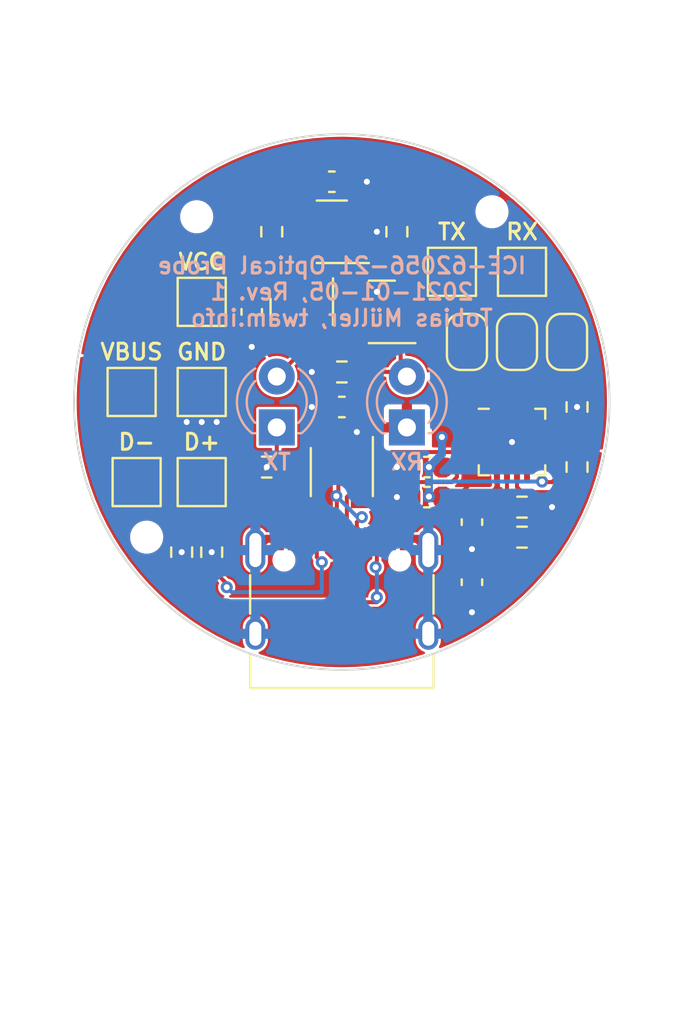
<source format=kicad_pcb>
(kicad_pcb (version 20211014) (generator pcbnew)
  (title_block (title "IEC-62056-21-Optical-Probe") (date "2022-01-05") (rev "1"))
  (layers (0 "F.Cu" signal) (31 "B.Cu" signal) (34 "B.Paste" user) (35 "F.Paste" user) (36 "B.SilkS" user "B.Silkscreen") (37 "F.SilkS" user "F.Silkscreen") (38 "B.Mask" user) (39 "F.Mask" user) (44 "Edge.Cuts" user))
  (net 0 "")
  (net 1 "GND")
  (net 2 "+3V3")
  (net 3 "/VBUS")
  (net 4 "/D+")
  (net 5 "/D-")
  (net 6 "/RXD_USB")
  (net 7 "/TXD_USB")
  (net 8 "/RXD")
  (net 9 "Net-(J1-PadB5)")
  (net 11 "Net-(J1-PadA5)")
  (net 13 "/TXD")
  (net 14 "Net-(Q3-Pad2)")
  (net 15 "Net-(Q4-Pad3)")
  (net 16 "Net-(R4-Pad2)")
  (net 17 "Net-(R7-Pad1)")
  (net 18 "Net-(Q2-Pad1)")
  (net 19 "Net-(R14-Pad2)")
  (net 20 "VCC")
  (net 21 "Net-(R12-Pad2)")
  (net 31 "Net-(D5-Pad1)")
  (net 32 "Net-(D5-Pad2)")
  (footprint "Capacitor_SMD:C_0603_1608Metric" (layer "F.Cu") (at 156.5 109 90)
    (fp_text reference "C4" hide)
    (fp_text value "4u7/16V")
    (pad "1" smd roundrect locked (at -0.775 0 90) (size 0.9 0.95) (layers "F.Cu" "F.Paste" "F.Mask") (net 1 "GND"))
    (pad "2" smd roundrect locked (at 0.775 0 90) (size 0.9 0.95) (layers "F.Cu" "F.Paste" "F.Mask") (net 3 "/VBUS"))
  )
  (footprint "Resistor_SMD:R_0603_1608Metric" (layer "F.Cu") (at 159 105.25)
    (fp_text reference "R5" hide)
    (fp_text value "47k")
    (pad "1" smd roundrect locked (at -0.825 0) (size 0.8 0.95) (layers "F.Cu" "F.Paste" "F.Mask") (net 16 "Net-(R4-Pad2)"))
    (pad "2" smd roundrect locked (at 0.825 0) (size 0.8 0.95) (layers "F.Cu" "F.Paste" "F.Mask") (net 1 "GND"))
  )
  (footprint "Capacitor_SMD:C_0603_1608Metric" (layer "F.Cu") (at 154.25 104.75)
    (fp_text reference "C7" hide)
    (fp_text value "4u7/16V")
    (pad "1" smd roundrect locked (at -0.775 0) (size 0.9 0.95) (layers "F.Cu" "F.Paste" "F.Mask") (net 1 "GND"))
    (pad "2" smd roundrect locked (at 0.775 0) (size 0.9 0.95) (layers "F.Cu" "F.Paste" "F.Mask") (net 2 "+3V3"))
  )
  (footprint "Jumper:SolderJumper-2_P1.3mm_Bridged_RoundedPad1.0x1.5mm" (layer "F.Cu") (at 161.25 97 90)
    (fp_text reference "JP1" hide)
    (fp_text value "RX")
    (fp_poly (pts (xy 0.25 -0.3) (xy -0.25 -0.3) (xy -0.25 0.3) (xy 0.25 0.3)) (layer "F.Cu") (width 0) (fill solid))
    (pad "1" smd custom locked (at -0.65 0 90) (size 1 0.5) (layers "F.Cu" "F.Mask") (net 6 "/RXD_USB") (options (clearance outline) (anchor rect)) (primitives (gr_circle (center 0 0.25) (end 0.5 0.25) (width 0) (fill yes)) (gr_circle (center 0 -0.25) (end 0.5 -0.25) (width 0) (fill yes)) (gr_poly (pts (xy 0.5 0.75) (xy 0 0.75) (xy 0 -0.75) (xy 0.5 -0.75)) (width 0) (fill yes))))
    (pad "2" smd custom locked (at 0.65 0 90) (size 1 0.5) (layers "F.Cu" "F.Mask") (net 8 "/RXD") (options (clearance outline) (anchor rect)) (primitives (gr_circle (center 0 0.25) (end 0.5 0.25) (width 0) (fill yes)) (gr_circle (center 0 -0.25) (end 0.5 -0.25) (width 0) (fill yes)) (gr_poly (pts (xy 0 0.75) (xy -0.5 0.75) (xy -0.5 -0.75) (xy 0 -0.75)) (width 0) (fill yes))))
  )
  (footprint "Jumper:SolderJumper-2_P1.3mm_Bridged_RoundedPad1.0x1.5mm" (layer "F.Cu") (at 158.75 97 90)
    (fp_text reference "JP2" hide)
    (fp_text value "TX")
    (fp_poly (pts (xy 0.25 -0.3) (xy -0.25 -0.3) (xy -0.25 0.3) (xy 0.25 0.3)) (layer "F.Cu") (width 0) (fill solid))
    (pad "1" smd custom locked (at -0.65 0 90) (size 1 0.5) (layers "F.Cu" "F.Mask") (net 7 "/TXD_USB") (options (clearance outline) (anchor rect)) (primitives (gr_circle (center 0 0.25) (end 0.5 0.25) (width 0) (fill yes)) (gr_circle (center 0 -0.25) (end 0.5 -0.25) (width 0) (fill yes)) (gr_poly (pts (xy 0.5 0.75) (xy 0 0.75) (xy 0 -0.75) (xy 0.5 -0.75)) (width 0) (fill yes))))
    (pad "2" smd custom locked (at 0.65 0 90) (size 1 0.5) (layers "F.Cu" "F.Mask") (net 13 "/TXD") (options (clearance outline) (anchor rect)) (primitives (gr_circle (center 0 0.25) (end 0.5 0.25) (width 0) (fill yes)) (gr_circle (center 0 -0.25) (end 0.5 -0.25) (width 0) (fill yes)) (gr_poly (pts (xy 0 0.75) (xy -0.5 0.75) (xy -0.5 -0.75) (xy 0 -0.75)) (width 0) (fill yes))))
  )
  (footprint "Resistor_SMD:R_0603_1608Metric" (layer "F.Cu") (at 146.25 103.25 180)
    (fp_text reference "R13" hide)
    (fp_text value "180R")
    (pad "1" smd roundrect locked (at -0.825 0 180) (size 0.8 0.95) (layers "F.Cu" "F.Paste" "F.Mask") (net 31 "Net-(D5-Pad1)"))
    (pad "2" smd roundrect locked (at 0.825 0 180) (size 0.8 0.95) (layers "F.Cu" "F.Paste" "F.Mask") (net 1 "GND"))
  )
  (footprint "Capacitor_SMD:C_0603_1608Metric" (layer "F.Cu") (at 149.5 89 180)
    (fp_text reference "C6" hide)
    (fp_text value "100n/50V")
    (pad "1" smd roundrect locked (at -0.775 0 180) (size 0.9 0.95) (layers "F.Cu" "F.Paste" "F.Mask") (net 1 "GND"))
    (pad "2" smd roundrect locked (at 0.775 0 180) (size 0.9 0.95) (layers "F.Cu" "F.Paste" "F.Mask") (net 20 "VCC"))
  )
  (footprint "twam-Misc:MountingHole_JLCPCB" (layer "F.Cu") (at 140.25 106.75)
    (fp_text reference "H1" hide)
    (fp_text value "MountingHole")
    (pad "" np_thru_hole circle locked (at 0 0) (size 1.152 1.152) (drill 1.152) (layers *.Cu *.Mask) (clearance 0.148))
  )
  (footprint "TestPoint:TestPoint_Pad_2.0x2.0mm" (layer "F.Cu") (at 155.5 93.5)
    (fp_text reference "TP3" hide)
    (fp_text value "TXD")
    (pad "1" smd rect locked (at 0 0) (size 2 2) (layers "F.Cu" "F.Mask") (net 13 "/TXD"))
  )
  (footprint "Package_TO_SOT_SMD:SOT-23" (layer "F.Cu") (at 148 95.5 -90)
    (fp_text reference "Q2" hide)
    (fp_text value "S8550")
    (pad "1" smd roundrect locked (at -0.9375 -0.95 270) (size 1.475 0.6) (layers "F.Cu" "F.Paste" "F.Mask") (net 18 "Net-(Q2-Pad1)"))
    (pad "2" smd roundrect locked (at -0.9375 0.95 270) (size 1.475 0.6) (layers "F.Cu" "F.Paste" "F.Mask") (net 20 "VCC"))
    (pad "3" smd roundrect locked (at 0.9375 0 270) (size 1.475 0.6) (layers "F.Cu" "F.Paste" "F.Mask") (net 32 "Net-(D5-Pad2)"))
  )
  (footprint "TestPoint:TestPoint_Pad_2.0x2.0mm" (layer "F.Cu") (at 139.5 99.5)
    (fp_text reference "TP5" hide)
    (fp_text value "VUSB")
    (pad "1" smd rect locked (at 0 0) (size 2 2) (layers "F.Cu" "F.Mask") (net 3 "/VBUS"))
  )
  (footprint "Capacitor_SMD:C_0603_1608Metric" (layer "F.Cu") (at 145.5 95.5 90)
    (fp_text reference "C2" hide)
    (fp_text value "100n/50V")
    (pad "1" smd roundrect locked (at -0.775 0 90) (size 0.9 0.95) (layers "F.Cu" "F.Paste" "F.Mask") (net 1 "GND"))
    (pad "2" smd roundrect locked (at 0.775 0 90) (size 0.9 0.95) (layers "F.Cu" "F.Paste" "F.Mask") (net 20 "VCC"))
  )
  (footprint "TestPoint:TestPoint_Pad_2.0x2.0mm" (layer "F.Cu") (at 159 93.5)
    (fp_text reference "TP2" hide)
    (fp_text value "RXD")
    (pad "1" smd rect locked (at 0 0) (size 2 2) (layers "F.Cu" "F.Mask") (net 8 "/RXD"))
  )
  (footprint "Package_SO:SC-74-6_1.5x2.9mm_P0.95mm" (layer "F.Cu") (at 149.5 91.5 180)
    (fp_text reference "U3" hide)
    (fp_text value "74LVC2G17")
    (pad "1" smd roundrect locked (at -1.1375 -0.95 180) (size 1.425 0.5) (layers "F.Cu" "F.Paste" "F.Mask") (net 15 "Net-(Q4-Pad3)"))
    (pad "2" smd roundrect locked (at -1.1375 0 180) (size 1.425 0.5) (layers "F.Cu" "F.Paste" "F.Mask") (net 1 "GND"))
    (pad "3" smd roundrect locked (at -1.1375 0.95 180) (size 1.425 0.5) (layers "F.Cu" "F.Paste" "F.Mask") (net 13 "/TXD"))
    (pad "4" smd roundrect locked (at 1.1375 0.95 180) (size 1.425 0.5) (layers "F.Cu" "F.Paste" "F.Mask") (net 19 "Net-(R14-Pad2)"))
    (pad "5" smd roundrect locked (at 1.1375 0 180) (size 1.425 0.5) (layers "F.Cu" "F.Paste" "F.Mask") (net 20 "VCC"))
    (pad "6" smd roundrect locked (at 1.1375 -0.95 180) (size 1.425 0.5) (layers "F.Cu" "F.Paste" "F.Mask") (net 8 "/RXD"))
  )
  (footprint "TestPoint:TestPoint_Pad_2.0x2.0mm" (layer "F.Cu") (at 143 104)
    (fp_text reference "TP7" hide)
    (fp_text value "D+")
    (pad "1" smd rect locked (at 0 0) (size 2 2) (layers "F.Cu" "F.Mask") (net 4 "/D+"))
  )
  (footprint "Capacitor_SMD:C_0603_1608Metric" (layer "F.Cu") (at 156.5 106 -90)
    (fp_text reference "C3" hide)
    (fp_text value "100n/50V")
    (pad "1" smd roundrect locked (at -0.775 0 270) (size 0.9 0.95) (layers "F.Cu" "F.Paste" "F.Mask") (net 3 "/VBUS"))
    (pad "2" smd roundrect locked (at 0.775 0 270) (size 0.9 0.95) (layers "F.Cu" "F.Paste" "F.Mask") (net 1 "GND"))
  )
  (footprint "Jumper:SolderJumper-2_P1.3mm_Bridged_RoundedPad1.0x1.5mm" (layer "F.Cu") (at 156.25 97 90)
    (fp_text reference "JP3" hide)
    (fp_text value "PWR")
    (fp_poly (pts (xy 0.25 -0.3) (xy -0.25 -0.3) (xy -0.25 0.3) (xy 0.25 0.3)) (layer "F.Cu") (width 0) (fill solid))
    (pad "1" smd custom locked (at -0.65 0 90) (size 1 0.5) (layers "F.Cu" "F.Mask") (net 2 "+3V3") (options (clearance outline) (anchor rect)) (primitives (gr_circle (center 0 0.25) (end 0.5 0.25) (width 0) (fill yes)) (gr_circle (center 0 -0.25) (end 0.5 -0.25) (width 0) (fill yes)) (gr_poly (pts (xy 0.5 0.75) (xy 0 0.75) (xy 0 -0.75) (xy 0.5 -0.75)) (width 0) (fill yes))))
    (pad "2" smd custom locked (at 0.65 0 90) (size 1 0.5) (layers "F.Cu" "F.Mask") (net 20 "VCC") (options (clearance outline) (anchor rect)) (primitives (gr_circle (center 0 0.25) (end 0.5 0.25) (width 0) (fill yes)) (gr_circle (center 0 -0.25) (end 0.5 -0.25) (width 0) (fill yes)) (gr_poly (pts (xy 0 0.75) (xy -0.5 0.75) (xy -0.5 -0.75) (xy 0 -0.75)) (width 0) (fill yes))))
  )
  (footprint "twam-Misc:MountingHole_JLCPCB" (layer "F.Cu") (at 142.75 90.75)
    (fp_text reference "H3" hide)
    (fp_text value "MountingHole")
    (pad "" np_thru_hole circle locked (at 0 0) (size 1.152 1.152) (drill 1.152) (layers *.Cu *.Mask) (clearance 0.148))
  )
  (footprint "Capacitor_SMD:C_0603_1608Metric" (layer "F.Cu") (at 154.25 103.25)
    (fp_text reference "C5" hide)
    (fp_text value "100n/50V")
    (pad "1" smd roundrect locked (at -0.775 0) (size 0.9 0.95) (layers "F.Cu" "F.Paste" "F.Mask") (net 1 "GND"))
    (pad "2" smd roundrect locked (at 0.775 0) (size 0.9 0.95) (layers "F.Cu" "F.Paste" "F.Mask") (net 2 "+3V3"))
  )
  (footprint "Package_TO_SOT_SMD:SOT-23" (layer "F.Cu") (at 152 95.5 180)
    (fp_text reference "Q4" hide)
    (fp_text value "S8050")
    (pad "1" smd roundrect locked (at -0.9375 -0.95 180) (size 1.475 0.6) (layers "F.Cu" "F.Paste" "F.Mask") (net 14 "Net-(Q3-Pad2)"))
    (pad "2" smd roundrect locked (at -0.9375 0.95 180) (size 1.475 0.6) (layers "F.Cu" "F.Paste" "F.Mask") (net 1 "GND"))
    (pad "3" smd roundrect locked (at 0.9375 0 180) (size 1.475 0.6) (layers "F.Cu" "F.Paste" "F.Mask") (net 15 "Net-(Q4-Pad3)"))
  )
  (footprint "TestPoint:TestPoint_Pad_2.0x2.0mm" (layer "F.Cu") (at 143 99.5)
    (fp_text reference "TP4" hide)
    (fp_text value "GND")
    (pad "1" smd rect locked (at 0 0) (size 2 2) (layers "F.Cu" "F.Mask") (net 1 "GND"))
  )
  (footprint "Resistor_SMD:R_0603_1608Metric" (layer "F.Cu") (at 143.5 107.5 -90)
    (fp_text reference "R2" hide)
    (fp_text value "5k1")
    (pad "1" smd roundrect locked (at -0.825 0 270) (size 0.8 0.95) (layers "F.Cu" "F.Paste" "F.Mask") (net 1 "GND"))
    (pad "2" smd roundrect locked (at 0.825 0 270) (size 0.8 0.95) (layers "F.Cu" "F.Paste" "F.Mask") (net 11 "Net-(J1-PadA5)"))
  )
  (footprint "Resistor_SMD:R_0603_1608Metric" (layer "F.Cu") (at 142 107.5 90)
    (fp_text reference "R1" hide)
    (fp_text value "5k1")
    (pad "1" smd roundrect locked (at -0.825 0 90) (size 0.8 0.95) (layers "F.Cu" "F.Paste" "F.Mask") (net 9 "Net-(J1-PadB5)"))
    (pad "2" smd roundrect locked (at 0.825 0 90) (size 0.8 0.95) (layers "F.Cu" "F.Paste" "F.Mask") (net 1 "GND"))
  )
  (footprint "Resistor_SMD:R_0603_1608Metric" (layer "F.Cu") (at 150 98.5 180)
    (fp_text reference "R15" hide)
    (fp_text value "13k")
    (pad "1" smd roundrect locked (at -0.825 0 180) (size 0.8 0.95) (layers "F.Cu" "F.Paste" "F.Mask") (net 14 "Net-(Q3-Pad2)"))
    (pad "2" smd roundrect locked (at 0.825 0 180) (size 0.8 0.95) (layers "F.Cu" "F.Paste" "F.Mask") (net 1 "GND"))
  )
  (footprint "Resistor_SMD:R_0603_1608Metric" (layer "F.Cu") (at 161.75 103.25 90)
    (fp_text reference "R7" hide)
    (fp_text value "1k")
    (pad "1" smd roundrect locked (at -0.825 0 90) (size 0.8 0.95) (layers "F.Cu" "F.Paste" "F.Mask") (net 17 "Net-(R7-Pad1)"))
    (pad "2" smd roundrect locked (at 0.825 0 90) (size 0.8 0.95) (layers "F.Cu" "F.Paste" "F.Mask") (net 2 "+3V3"))
  )
  (footprint "Resistor_SMD:R_0603_1608Metric" (layer "F.Cu") (at 161.75 100.25 -90)
    (fp_text reference "R12" hide)
    (fp_text value "10k")
    (pad "1" smd roundrect locked (at -0.825 0 270) (size 0.8 0.95) (layers "F.Cu" "F.Paste" "F.Mask") (net 1 "GND"))
    (pad "2" smd roundrect locked (at 0.825 0 270) (size 0.8 0.95) (layers "F.Cu" "F.Paste" "F.Mask") (net 21 "Net-(R12-Pad2)"))
  )
  (footprint "Package_DFN_QFN:SiliconLabs_QFN-20-1EP_3x3mm_P0.5mm_EP1.8x1.8mm" (layer "F.Cu") (at 158.5 102)
    (fp_text reference "U2" hide)
    (fp_text value "CP2102N-Axx-xQFN20")
    (pad "1" smd rect locked (at -1.25 -1.25) (size 0.3 0.3) (layers "F.Cu" "F.Paste" "F.Mask"))
    (pad "2" smd rect locked (at -1.55 -0.75) (size 0.9 0.3) (layers "F.Cu" "F.Paste" "F.Mask"))
    (pad "3" smd rect locked (at -1.55 -0.25) (size 0.9 0.3) (layers "F.Cu" "F.Paste" "F.Mask") (net 1 "GND"))
    (pad "4" smd rect locked (at -1.55 0.25) (size 0.9 0.3) (layers "F.Cu" "F.Paste" "F.Mask") (net 4 "/D+"))
    (pad "5" smd rect locked (at -1.55 0.75) (size 0.9 0.3) (layers "F.Cu" "F.Paste" "F.Mask") (net 5 "/D-"))
    (pad "6" smd rect locked (at -1.25 1.25) (size 0.3 0.3) (layers "F.Cu" "F.Paste" "F.Mask") (net 2 "+3V3"))
    (pad "7" smd rect locked (at -0.75 1.55 90) (size 0.9 0.3) (layers "F.Cu" "F.Paste" "F.Mask") (net 3 "/VBUS"))
    (pad "8" smd rect locked (at -0.25 1.55 90) (size 0.9 0.3) (layers "F.Cu" "F.Paste" "F.Mask") (net 16 "Net-(R4-Pad2)"))
    (pad "9" smd rect locked (at 0.25 1.55 90) (size 0.9 0.3) (layers "F.Cu" "F.Paste" "F.Mask") (net 17 "Net-(R7-Pad1)"))
    (pad "10" smd rect locked (at 0.75 1.55 90) (size 0.9 0.3) (layers "F.Cu" "F.Paste" "F.Mask"))
    (pad "11" smd rect locked (at 1.25 1.25) (size 0.3 0.3) (layers "F.Cu" "F.Paste" "F.Mask") (net 21 "Net-(R12-Pad2)"))
    (pad "12" smd rect locked (at 1.55 0.75) (size 0.9 0.3) (layers "F.Cu" "F.Paste" "F.Mask") (net 1 "GND"))
    (pad "13" smd rect locked (at 1.55 0.25) (size 0.9 0.3) (layers "F.Cu" "F.Paste" "F.Mask"))
    (pad "14" smd rect locked (at 1.55 -0.25) (size 0.9 0.3) (layers "F.Cu" "F.Paste" "F.Mask"))
    (pad "15" smd rect locked (at 1.55 -0.75) (size 0.9 0.3) (layers "F.Cu" "F.Paste" "F.Mask"))
    (pad "16" smd rect locked (at 1.25 -1.25) (size 0.3 0.3) (layers "F.Cu" "F.Paste" "F.Mask"))
    (pad "17" smd rect locked (at 0.75 -1.55 90) (size 0.9 0.3) (layers "F.Cu" "F.Paste" "F.Mask") (net 6 "/RXD_USB"))
    (pad "18" smd rect locked (at 0.25 -1.55 90) (size 0.9 0.3) (layers "F.Cu" "F.Paste" "F.Mask") (net 7 "/TXD_USB"))
    (pad "19" smd rect locked (at -0.25 -1.55 90) (size 0.9 0.3) (layers "F.Cu" "F.Paste" "F.Mask"))
    (pad "20" smd rect locked (at -0.75 -1.55 90) (size 0.9 0.3) (layers "F.Cu" "F.Paste" "F.Mask"))
    (pad "21" smd rect locked (at 0 0) (size 1.8 1.8) (layers "F.Cu" "F.Mask") (net 1 "GND"))
  )
  (footprint "Connector_USB:USB_C_Receptacle_XKB_U262-16XN-4BVC11" (layer "F.Cu") (at 150 110.5)
    (fp_text reference "J1" hide)
    (fp_text value "USB_C_Receptacle_USB2.0")
    (pad "" np_thru_hole circle locked (at 2.89 -2.605) (size 0.65 0.65) (drill 0.65) (layers *.Cu *.Mask))
    (pad "" np_thru_hole circle locked (at -2.89 -2.605) (size 0.65 0.65) (drill 0.65) (layers *.Cu *.Mask))
    (pad "A1" smd rect locked (at -3.35 -3.67) (size 0.3 1.15) (layers "F.Cu" "F.Paste" "F.Mask") (net 1 "GND"))
    (pad "A4" smd rect locked (at -2.55 -3.67) (size 0.3 1.15) (layers "F.Cu" "F.Paste" "F.Mask") (net 3 "/VBUS"))
    (pad "A5" smd rect locked (at -1.25 -3.67) (size 0.3 1.15) (layers "F.Cu" "F.Paste" "F.Mask") (net 11 "Net-(J1-PadA5)"))
    (pad "A6" smd rect locked (at -0.25 -3.67) (size 0.3 1.15) (layers "F.Cu" "F.Paste" "F.Mask") (net 4 "/D+"))
    (pad "A7" smd rect locked (at 0.25 -3.67) (size 0.3 1.15) (layers "F.Cu" "F.Paste" "F.Mask") (net 5 "/D-"))
    (pad "A8" smd rect locked (at 1.25 -3.67) (size 0.3 1.15) (layers "F.Cu" "F.Paste" "F.Mask"))
    (pad "A9" smd rect locked (at 2.55 -3.67) (size 0.3 1.15) (layers "F.Cu" "F.Paste" "F.Mask") (net 3 "/VBUS"))
    (pad "A12" smd rect locked (at 3.35 -3.67) (size 0.3 1.15) (layers "F.Cu" "F.Paste" "F.Mask") (net 1 "GND"))
    (pad "B1" smd rect locked (at 3.05 -3.67) (size 0.3 1.15) (layers "F.Cu" "F.Paste" "F.Mask") (net 1 "GND"))
    (pad "B4" smd rect locked (at 2.25 -3.67) (size 0.3 1.15) (layers "F.Cu" "F.Paste" "F.Mask") (net 3 "/VBUS"))
    (pad "B5" smd rect locked (at 1.75 -3.67) (size 0.3 1.15) (layers "F.Cu" "F.Paste" "F.Mask") (net 9 "Net-(J1-PadB5)"))
    (pad "B6" smd rect locked (at 0.75 -3.67) (size 0.3 1.15) (layers "F.Cu" "F.Paste" "F.Mask") (net 4 "/D+"))
    (pad "B7" smd rect locked (at -0.75 -3.67) (size 0.3 1.15) (layers "F.Cu" "F.Paste" "F.Mask") (net 5 "/D-"))
    (pad "B8" smd rect locked (at -1.75 -3.67) (size 0.3 1.15) (layers "F.Cu" "F.Paste" "F.Mask"))
    (pad "B9" smd rect locked (at -2.25 -3.67) (size 0.3 1.15) (layers "F.Cu" "F.Paste" "F.Mask") (net 3 "/VBUS"))
    (pad "B12" smd rect locked (at -3.05 -3.67) (size 0.3 1.15) (layers "F.Cu" "F.Paste" "F.Mask") (net 1 "GND"))
    (pad "S1" thru_hole oval locked (at 4.32 -3.105) (size 1 2.1) (drill oval 0.6 1.7) (layers *.Cu *.Mask) (net 1 "GND"))
    (pad "S1" thru_hole oval locked (at 4.32 1.075) (size 1 1.6) (drill oval 0.6 1.2) (layers *.Cu *.Mask) (net 1 "GND"))
    (pad "S1" thru_hole oval locked (at -4.32 1.075) (size 1 1.6) (drill oval 0.6 1.2) (layers *.Cu *.Mask) (net 1 "GND"))
    (pad "S1" thru_hole oval locked (at -4.32 -3.105) (size 1 2.1) (drill oval 0.6 1.7) (layers *.Cu *.Mask) (net 1 "GND"))
  )
  (footprint "Capacitor_SMD:C_0603_1608Metric" (layer "F.Cu") (at 150 100.25)
    (fp_text reference "C1" hide)
    (fp_text value "100n/50V")
    (pad "1" smd roundrect locked (at -0.775 0) (size 0.9 0.95) (layers "F.Cu" "F.Paste" "F.Mask") (net 1 "GND"))
    (pad "2" smd roundrect locked (at 0.775 0) (size 0.9 0.95) (layers "F.Cu" "F.Paste" "F.Mask") (net 20 "VCC"))
  )
  (footprint "Resistor_SMD:R_0603_1608Metric" (layer "F.Cu") (at 159 106.75 180)
    (fp_text reference "R4" hide)
    (fp_text value "24k")
    (pad "1" smd roundrect locked (at -0.825 0 180) (size 0.8 0.95) (layers "F.Cu" "F.Paste" "F.Mask") (net 3 "/VBUS"))
    (pad "2" smd roundrect locked (at 0.825 0 180) (size 0.8 0.95) (layers "F.Cu" "F.Paste" "F.Mask") (net 16 "Net-(R4-Pad2)"))
  )
  (footprint "TestPoint:TestPoint_Pad_2.0x2.0mm" (layer "F.Cu") (at 139.75 104)
    (fp_text reference "TP6" hide)
    (fp_text value "D-")
    (pad "1" smd rect locked (at 0 0) (size 2 2) (layers "F.Cu" "F.Mask") (net 5 "/D-"))
  )
  (footprint "Resistor_SMD:R_0603_1608Metric" (layer "F.Cu") (at 146.5 91.5 90)
    (fp_text reference "R14" hide)
    (fp_text value "13k")
    (pad "1" smd roundrect locked (at -0.825 0 90) (size 0.8 0.95) (layers "F.Cu" "F.Paste" "F.Mask") (net 18 "Net-(Q2-Pad1)"))
    (pad "2" smd roundrect locked (at 0.825 0 90) (size 0.8 0.95) (layers "F.Cu" "F.Paste" "F.Mask") (net 19 "Net-(R14-Pad2)"))
  )
  (footprint "Resistor_SMD:R_0603_1608Metric" (layer "F.Cu") (at 152.75 91.5 -90)
    (fp_text reference "R16" hide)
    (fp_text value "13k")
    (pad "1" smd roundrect locked (at -0.825 0 270) (size 0.8 0.95) (layers "F.Cu" "F.Paste" "F.Mask") (net 20 "VCC"))
    (pad "2" smd roundrect locked (at 0.825 0 270) (size 0.8 0.95) (layers "F.Cu" "F.Paste" "F.Mask") (net 15 "Net-(Q4-Pad3)"))
  )
  (footprint "twam-Misc:MountingHole_JLCPCB" (layer "F.Cu") (at 157.5 90.5)
    (fp_text reference "H2" hide)
    (fp_text value "MountingHole")
    (pad "" np_thru_hole circle locked (at 0 0) (size 1.152 1.152) (drill 1.152) (layers *.Cu *.Mask) (clearance 0.148))
  )
  (footprint "Package_TO_SOT_SMD:SOT-143" (layer "F.Cu") (at 150 103.5 -90)
    (fp_text reference "D1" hide)
    (fp_text value "SP0503BAHT")
    (pad "1" smd rect locked (at -1.1 -0.77 180) (size 1.2 1.4) (layers "F.Cu" "F.Paste" "F.Mask") (net 1 "GND"))
    (pad "2" smd rect locked (at -1.1 0.95 180) (size 1 1.4) (layers "F.Cu" "F.Paste" "F.Mask") (net 3 "/VBUS"))
    (pad "3" smd rect locked (at 1.1 0.95 180) (size 1 1.4) (layers "F.Cu" "F.Paste" "F.Mask") (net 4 "/D+"))
    (pad "4" smd rect locked (at 1.1 -0.95 180) (size 1 1.4) (layers "F.Cu" "F.Paste" "F.Mask") (net 5 "/D-"))
  )
  (footprint "TestPoint:TestPoint_Pad_2.0x2.0mm" (layer "F.Cu") (at 143 95)
    (fp_text reference "TP1" hide)
    (fp_text value "PWR")
    (pad "1" smd rect locked (at 0 0) (size 2 2) (layers "F.Cu" "F.Mask") (net 20 "VCC"))
  )
  (footprint "LED_THT:LED_D3.0mm_Clear" (layer "B.Cu") (at 153.25 101.27 90)
    (fp_text reference "Q3" hide)
    (fp_text value "SFH309FA-4")
    (pad "1" thru_hole rect locked (at 0 0 90) (size 1.8 1.8) (drill 0.9) (layers *.Cu *.Mask) (net 20 "VCC"))
    (pad "2" thru_hole circle locked (at 2.54 0 90) (size 1.8 1.8) (drill 0.9) (layers *.Cu *.Mask) (net 14 "Net-(Q3-Pad2)"))
  )
  (footprint "LED_THT:LED_D3.0mm_IRBlack" (layer "B.Cu") (at 146.75 101.27 90)
    (fp_text reference "D5" hide)
    (fp_text value "SFH487-2")
    (pad "1" thru_hole rect locked (at 0 0 90) (size 1.8 1.8) (drill 0.9) (layers *.Cu *.Mask) (net 31 "Net-(D5-Pad1)"))
    (pad "2" thru_hole circle locked (at 2.54 0 90) (size 1.8 1.8) (drill 0.9) (layers *.Cu *.Mask) (net 32 "Net-(D5-Pad2)"))
  )
  (gr_circle (center 150 100) (end 163.375 100) (layer "Edge.Cuts") (width 0.1) (fill none))
  (gr_text "ICE-62056-21 Optical Probe\n2021-01-05, Rev. 1\nTobias Müller, twam.info" (at 150 94.5) (layer "B.SilkS") (effects (font (size 0.8128 0.8128) (thickness 0.1524)) (justify mirror)))
  (gr_text "RX" (at 153.25 103) (layer "B.SilkS") (effects (font (size 0.8 0.8)) (justify mirror)))
  (gr_text "TX" (at 146.75 103) (layer "B.SilkS") (effects (font (size 0.8 0.8)) (justify mirror)))
  (gr_text "TX" (at 155.5 91.5) (layer "F.SilkS") (effects (font (size 0.8 0.8))))
  (gr_text "D+" (at 143 102) (layer "F.SilkS") (effects (font (size 0.8 0.8))))
  (gr_text "GND" (at 143 97.5) (layer "F.SilkS") (effects (font (size 0.8 0.8))))
  (gr_text "RX" (at 159 91.5) (layer "F.SilkS") (effects (font (size 0.8 0.8))))
  (gr_text "VBUS" (at 139.5 97.5) (layer "F.SilkS") (effects (font (size 0.8 0.8))))
  (gr_text "D-" (at 139.75 102) (layer "F.SilkS") (effects (font (size 0.8 0.8))))
  (gr_text "VCC" (at 143 93) (layer "F.SilkS") (effects (font (size 0.8 0.8))))
  (segment (start 153.05 106.83) (end 153.35 106.83) (width 0.2) (layer "F.Cu") (net 1))
  (segment (start 143 101) (end 143 99.5) (width 0.4) (layer "F.Cu") (net 1))
  (segment (start 146.95 106.83) (end 146.245 106.83) (width 0.2) (layer "F.Cu") (net 1))
  (segment (start 153.475 103.25) (end 152.75 103.25) (width 0.4) (layer "F.Cu") (net 1))
  (segment (start 145.5 96.275) (end 145.5 97.25) (width 0.2) (layer "F.Cu") (net 1))
  (segment (start 161.75 99.425) (end 161.75 100.2485) (width 0.2) (layer "F.Cu") (net 1))
  (segment (start 143.75 100.25) (end 143 99.5) (width 0.4) (layer "F.Cu") (net 1))
  (segment (start 149.225 100.25) (end 148.5 100.25) (width 0.2) (layer "F.Cu") (net 1))
  (segment (start 143.75 101) (end 143.75 100.25) (width 0.4) (layer "F.Cu") (net 1))
  (segment (start 158.25 101.75) (end 158.5 102) (width 0.2) (layer "F.Cu") (net 1))
  (segment (start 153.475 104.75) (end 152.75 104.75) (width 0.4) (layer "F.Cu") (net 1))
  (segment (start 156.95 101.75) (end 158.25 101.75) (width 0.2) (layer "F.Cu") (net 1))
  (segment (start 142 106.675) (end 142 107.4985) (width 0.2) (layer "F.Cu") (net 1))
  (segment (start 150.6375 91.5) (end 151.75 91.5) (width 0.2) (layer "F.Cu") (net 1))
  (segment (start 153.755 106.83) (end 154.32 107.395) (width 0.4) (layer "F.Cu") (net 1))
  (segment (start 145.425 103.25) (end 146.2485 103.25) (width 0.2) (layer "F.Cu") (net 1))
  (segment (start 156.5 106.775) (end 156.5 107.3485) (width 0.2) (layer "F.Cu") (net 1))
  (segment (start 146.65 106.83) (end 146.95 106.83) (width 0.2) (layer "F.Cu") (net 1))
  (segment (start 159.25 102.75) (end 158.5 102) (width 0.2) (layer "F.Cu") (net 1))
  (segment (start 160.05 102.75) (end 159.25 102.75) (width 0.2) (layer "F.Cu") (net 1))
  (segment (start 150.77 102.4) (end 150.77 101.52) (width 0.2) (layer "F.Cu") (net 1))
  (segment (start 150.275 89) (end 151.25 89) (width 0.2) (layer "F.Cu") (net 1))
  (segment (start 153.05 106.83) (end 153.755 106.83) (width 0.2) (layer "F.Cu") (net 1))
  (segment (start 143.5 106.675) (end 143.5 107.4985) (width 0.2) (layer "F.Cu") (net 1))
  (segment (start 142.25 101) (end 142.25 100.25) (width 0.4) (layer "F.Cu") (net 1))
  (segment (start 142.25 100.25) (end 143 99.5) (width 0.4) (layer "F.Cu") (net 1))
  (segment (start 159.825 105.25) (end 160.5 105.25) (width 0.2) (layer "F.Cu") (net 1))
  (segment (start 153.35 106.83) (end 153.755 106.83) (width 0.4) (layer "F.Cu") (net 1))
  (segment (start 152.9375 94.55) (end 151.8 94.55) (width 0.2) (layer "F.Cu") (net 1))
  (segment (start 149.175 98.5) (end 148.5 98.5) (width 0.2) (layer "F.Cu") (net 1))
  (segment (start 146.65 106.83) (end 146.245 106.83) (width 0.4) (layer "F.Cu") (net 1))
  (segment (start 151.8 94.55) (end 151.75 94.5) (width 0.2) (layer "F.Cu") (net 1))
  (segment (start 150.77 101.52) (end 150.75 101.5) (width 0.2) (layer "F.Cu") (net 1))
  (segment (start 146.245 106.83) (end 145.68 107.395) (width 0.4) (layer "F.Cu") (net 1))
  (segment (start 156.5 109.775) (end 156.5 110.5) (width 0.2) (layer "F.Cu") (net 1))
  (via (at 161.75 100.2485) (size 0.6) (drill 0.3) (layers "F.Cu" "B.Cu") (net 1))
  (via (at 156.5 110.5) (size 0.6) (drill 0.3) (layers "F.Cu" "B.Cu") (net 1))
  (via (at 143 101) (size 0.6) (drill 0.3) (layers "F.Cu" "B.Cu") (net 1))
  (via (at 143.75 101) (size 0.6) (drill 0.3) (layers "F.Cu" "B.Cu") (net 1))
  (via (at 151.75 91.5) (size 0.6) (drill 0.3) (layers "F.Cu" "B.Cu") (net 1))
  (via (at 152.75 103.25) (size 0.6) (drill 0.3) (layers "F.Cu" "B.Cu") (net 1))
  (via (at 158.5 102) (size 0.6) (drill 0.3) (layers "F.Cu" "B.Cu") (net 1))
  (via (at 148.5 98.5) (size 0.6) (drill 0.3) (layers "F.Cu" "B.Cu") (net 1))
  (via (at 152.75 104.75) (size 0.6) (drill 0.3) (layers "F.Cu" "B.Cu") (net 1))
  (via (at 143.5 107.4985) (size 0.6) (drill 0.3) (layers "F.Cu" "B.Cu") (net 1))
  (via (at 146.2485 103.25) (size 0.6) (drill 0.3) (layers "F.Cu" "B.Cu") (net 1))
  (via (at 142 107.4985) (size 0.6) (drill 0.3) (layers "F.Cu" "B.Cu") (net 1))
  (via (at 148.5 100.25) (size 0.6) (drill 0.3) (layers "F.Cu" "B.Cu") (net 1))
  (via (at 145.5 97.25) (size 0.6) (drill 0.3) (layers "F.Cu" "B.Cu") (net 1))
  (via (at 151.75 94.5) (size 0.6) (drill 0.3) (layers "F.Cu" "B.Cu") (net 1))
  (via (at 150.75 101.5) (size 0.6) (drill 0.3) (layers "F.Cu" "B.Cu") (net 1))
  (via (at 156.5 107.3485) (size 0.6) (drill 0.3) (layers "F.Cu" "B.Cu") (net 1))
  (via (at 142.25 101) (size 0.6) (drill 0.3) (layers "F.Cu" "B.Cu") (net 1))
  (via (at 151.25 89) (size 0.6) (drill 0.3) (layers "F.Cu" "B.Cu") (net 1))
  (via (at 160.5 105.25) (size 0.6) (drill 0.3) (layers "F.Cu" "B.Cu") (net 1))
  (segment (start 155 98.9) (end 155.2 98.7) (width 0.2) (layer "F.Cu") (net 2))
  (segment (start 157.25 103.25) (end 156.5 103.25) (width 0.2) (layer "F.Cu") (net 2))
  (segment (start 154.378 104.75) (end 154.3515 104.7235) (width 0.2) (layer "F.Cu") (net 2))
  (segment (start 161.75 102.425) (end 161.75 102.75) (width 0.2) (layer "F.Cu") (net 2))
  (segment (start 155.170185 104.75) (end 155.25 104.670185) (width 0.2) (layer "F.Cu") (net 2))
  (segment (start 154.325 104.75) (end 155.170185 104.75) (width 0.2) (layer "F.Cu") (net 2))
  (segment (start 155 101.75) (end 155 98.9) (width 0.2) (layer "F.Cu") (net 2))
  (segment (start 155.025 104.75) (end 154.378 104.75) (width 0.2) (layer "F.Cu") (net 2))
  (segment (start 161.75 102.75) (end 160.5 104) (width 0.2) (layer "F.Cu") (net 2))
  (segment (start 156.25 98.5) (end 156.25 97.65) (width 0.2) (layer "F.Cu") (net 2))
  (segment (start 155.025 103.25) (end 154.3515 103.25) (width 0.4) (layer "F.Cu") (net 2))
  (segment (start 155.829815 104.670185) (end 156.5 104) (width 0.2) (layer "F.Cu") (net 2))
  (segment (start 160.0265 104) (end 160 103.9735) (width 0.2) (layer "F.Cu") (net 2))
  (segment (start 155.2 98.7) (end 156.05 98.7) (width 0.2) (layer "F.Cu") (net 2))
  (segment (start 156.5 103.75) (end 156.5 104) (width 0.2) (layer "F.Cu") (net 2))
  (segment (start 156.5 103.25) (end 156.5 103.75) (width 0.2) (layer "F.Cu") (net 2))
  (segment (start 156.05 98.7) (end 156.25 98.5) (width 0.2) (layer "F.Cu") (net 2))
  (segment (start 155.25 104.670185) (end 155.829815 104.670185) (width 0.2) (layer "F.Cu") (net 2))
  (segment (start 160.5 104) (end 160.0265 104) (width 0.2) (layer "F.Cu") (net 2))
  (via (at 155 101.75) (size 0.6) (drill 0.3) (layers "F.Cu" "B.Cu") (net 2))
  (via (at 160 103.9735) (size 0.6) (drill 0.3) (layers "F.Cu" "B.Cu") (net 2))
  (via (at 154.3515 103.25) (size 0.6) (drill 0.3) (layers "F.Cu" "B.Cu") (net 2))
  (via (at 154.3515 104.7235) (size 0.6) (drill 0.3) (layers "F.Cu" "B.Cu") (net 2))
  (segment (start 154.3515 103.25) (end 154.3515 104.1015) (width 0.4) (layer "B.Cu") (net 2))
  (segment (start 154.3515 104.1015) (end 154.3515 104.7235) (width 0.4) (layer "B.Cu") (net 2))
  (segment (start 155 101.75) (end 155 102.6015) (width 0.4) (layer "B.Cu") (net 2))
  (segment (start 160 103.9735) (end 154.4795 103.9735) (width 0.2) (layer "B.Cu") (net 2))
  (segment (start 154.4795 103.9735) (end 154.3515 104.1015) (width 0.2) (layer "B.Cu") (net 2))
  (segment (start 155 102.6015) (end 154.3515 103.25) (width 0.4) (layer "B.Cu") (net 2))
  (segment (start 147.784521 106.864521) (end 147.75 106.83) (width 0.2) (layer "F.Cu") (net 3))
  (segment (start 145 100) (end 147.606511 100) (width 0.2) (layer "F.Cu") (net 3))
  (segment (start 147.784521 108.784521) (end 147.784521 106.864521) (width 0.2) (layer "F.Cu") (net 3))
  (segment (start 147.975 108.975) (end 147.784521 108.784521) (width 0.2) (layer "F.Cu") (net 3))
  (segment (start 159.275 108.975) (end 159.825 108.425) (width 0.2) (layer "F.Cu") (net 3))
  (segment (start 159.825 108.425) (end 159.825 106.75) (width 0.2) (layer "F.Cu") (net 3))
  (segment (start 147.876511 100.376511) (end 149.05 101.55) (width 0.2) (layer "F.Cu") (net 3))
  (segment (start 157.5 105.25) (end 156.525 105.25) (width 0.2) (layer "F.Cu") (net 3))
  (segment (start 147.25 105.75) (end 147.45 105.95) (width 0.2) (layer "F.Cu") (net 3))
  (segment (start 156.5 108.975) (end 159.275 108.975) (width 0.2) (layer "F.Cu") (net 3))
  (segment (start 156.525 105.25) (end 156.5 105.225) (width 0.2) (layer "F.Cu") (net 3))
  (segment (start 137.976545 103.773455) (end 137.976545 105.226545) (width 0.2) (layer "F.Cu") (net 3))
  (segment (start 144.75 101.75) (end 145 101.5) (width 0.2) (layer "F.Cu") (net 3))
  (segment (start 155.475 108.975) (end 155.475 106.025) (width 0.2) (layer "F.Cu") (net 3))
  (segment (start 157.5 104.5) (end 157.5 105.25) (width 0.2) (layer "F.Cu") (net 3))
  (segment (start 137.976545 99.773455) (end 137.976545 103.773455) (width 0.2) (layer "F.Cu") (net 3))
  (segment (start 153.525 108.975) (end 152.275 108.975) (width 0.2) (layer "F.Cu") (net 3))
  (segment (start 156.5 108.975) (end 155.475 108.975) (width 0.2) (layer "F.Cu") (net 3))
  (segment (start 147.75 106.83) (end 147.45 106.83) (width 0.2) (layer "F.Cu") (net 3))
  (segment (start 157.75 103.55) (end 157.75 104.25) (width 0.2) (layer "F.Cu") (net 3))
  (segment (start 156.5 108.975) (end 153.525 108.975) (width 0.2) (layer "F.Cu") (net 3))
  (segment (start 157.75 104.25) (end 157.5 104.5) (width 0.2) (layer "F.Cu") (net 3))
  (segment (start 152.215479 108.915479) (end 152.215479 106.864521) (width 0.2) (layer "F.Cu") (net 3))
  (segment (start 157.5 105.95) (end 157.5 105.25) (width 0.2) (layer "F.Cu") (net 3))
  (segment (start 138.25 99.5) (end 137.976545 99.773455) (width 0.2) (layer "F.Cu") (net 3))
  (segment (start 141.25 99.75) (end 141.25 101.75) (width 0.2) (layer "F.Cu") (net 3))
  (segment (start 155.475 106.025) (end 155.525 105.975) (width 0.2) (layer "F.Cu") (net 3))
  (segment (start 138.5 105.75) (end 147.25 105.75) (width 0.2) (layer "F.Cu") (net 3))
  (segment (start 149.05 101.55) (end 149.05 102.4) (width 0.2) (layer "F.Cu") (net 3))
  (segment (start 157.475 105.975) (end 157.5 105.95) (width 0.2) (layer "F.Cu") (net 3))
  (segment (start 155.525 105.975) (end 157.475 105.975) (width 0.2) (layer "F.Cu") (net 3))
  (segment (start 152.275 108.975) (end 152.215479 108.915479) (width 0.2) (layer "F.Cu") (net 3))
  (segment (start 147.606511 100) (end 147.876511 100.27) (width 0.2) (layer "F.Cu") (net 3))
  (segment (start 137.976545 105.226545) (end 138.5 105.75) (width 0.2) (layer "F.Cu") (net 3))
  (segment (start 141 99.5) (end 141.25 99.75) (width 0.2) (layer "F.Cu") (net 3))
  (segment (start 155.475 108.975) (end 147.975 108.975) (width 0.2) (layer "F.Cu") (net 3))
  (segment (start 147.876511 100.27) (end 147.876511 100.376511) (width 0.2) (layer "F.Cu") (net 3))
  (segment (start 147.45 105.95) (end 147.45 106.83) (width 0.2) (layer "F.Cu") (net 3))
  (segment (start 139.5 99.5) (end 138.25 99.5) (width 0.2) (layer "F.Cu") (net 3))
  (segment (start 152.25 106.83) (end 152.55 106.83) (width 0.2) (layer "F.Cu") (net 3))
  (segment (start 141.25 101.75) (end 144.75 101.75) (width 0.2) (layer "F.Cu") (net 3))
  (segment (start 145 101.5) (end 145 100) (width 0.2) (layer "F.Cu") (net 3))
  (segment (start 139.5 99.5) (end 141 99.5) (width 0.2) (layer "F.Cu") (net 3))
  (segment (start 152.215479 106.864521) (end 152.25 106.83) (width 0.2) (layer "F.Cu") (net 3))
  (segment (start 149.334521 108.915479) (end 152.215479 108.915479) (width 0.2) (layer "F.Cu") (net 3))
  (segment (start 150.75 106) (end 150.75 106.83) (width 0.2) (layer "F.Cu") (net 4))
  (segment (start 151 105.75) (end 150.75 106) (width 0.2) (layer "F.Cu") (net 4))
  (segment (start 149.05 104.6) (end 149.628501 104.6) (width 0.2) (layer "F.Cu") (net 4))
  (segment (start 149.628501 104.6) (end 149.726112 104.697611) (width 0.2) (layer "F.Cu") (net 4))
  (segment (start 149.05 104.6) (end 149.05 104.7) (width 0.2) (layer "F.Cu") (net 4))
  (segment (start 156 102.5) (end 156.25 102.25) (width 0.2) (layer "F.Cu") (net 4))
  (segment (start 150 103.5) (end 149.826511 103.673489) (width 0.2) (layer "F.Cu") (net 4))
  (segment (start 152.5 102.5) (end 156 102.5) (width 0.2) (layer "F.Cu") (net 4))
  (segment (start 149.826511 104.597212) (end 149.826511 103.673489) (width 0.2) (layer "F.Cu") (net 4))
  (segment (start 152.5 102.5) (end 151.5 103.5) (width 0.2) (layer "F.Cu") (net 4))
  (segment (start 149.05 104.7) (end 148.82652 104.92348) (width 0.2) (layer "F.Cu") (net 4))
  (segment (start 149.75 106.83) (end 149.75 104.721499) (width 0.2) (layer "F.Cu") (net 4))
  (segment (start 143.92348 104.92348) (end 143 104) (width 0.2) (layer "F.Cu") (net 4))
  (segment (start 149.726112 104.697611) (end 149.826511 104.597212) (width 0.2) (layer "F.Cu") (net 4))
  (segment (start 151.5 103.5) (end 150 103.5) (width 0.2) (layer "F.Cu") (net 4))
  (segment (start 149.05 104.6) (end 149.65 104.6) (width 0.2) (layer "F.Cu") (net 4))
  (segment (start 156.25 102.25) (end 156.95 102.25) (width 0.2) (layer "F.Cu") (net 4))
  (segment (start 148.82652 104.92348) (end 143.92348 104.92348) (width 0.2) (layer "F.Cu") (net 4))
  (via (at 149.726112 104.697611) (size 0.6) (drill 0.3) (layers "F.Cu" "B.Cu") (net 4))
  (via (at 151 105.75) (size 0.6) (drill 0.3) (layers "F.Cu" "B.Cu") (net 4))
  (segment (start 150.778501 105.75) (end 149.726112 104.697611) (width 0.2) (layer "B.Cu") (net 4))
  (segment (start 151 105.75) (end 150.778501 105.75) (width 0.2) (layer "B.Cu") (net 4))
  (segment (start 155.75 103.25) (end 155.75 103.75) (width 0.2) (layer "F.Cu") (net 5))
  (segment (start 149 105.75) (end 149.25 106) (width 0.2) (layer "F.Cu") (net 5))
  (segment (start 148 105.25) (end 148.5 105.75) (width 0.2) (layer "F.Cu") (net 5))
  (segment (start 150 107.75) (end 150.25 107.5) (width 0.2) (layer "F.Cu") (net 5))
  (segment (start 149.25 106) (end 149.25 106.83) (width 0.2) (layer "F.Cu") (net 5))
  (segment (start 150.25 106.83) (end 150.25 104.75) (width 0.2) (layer "F.Cu") (net 5))
  (segment (start 149.25 106.83) (end 149.25 107.5) (width 0.2) (layer "F.Cu") (net 5))
  (segment (start 155.5 104) (end 152.25 104) (width 0.2) (layer "F.Cu") (net 5))
  (segment (start 155.75 103.75) (end 155.5 104) (width 0.2) (layer "F.Cu") (net 5))
  (segment (start 149.5 107.75) (end 150 107.75) (width 0.2) (layer "F.Cu") (net 5))
  (segment (start 149.25 107.5) (end 149.5 107.75) (width 0.2) (layer "F.Cu") (net 5))
  (segment (start 150.25 104.75) (end 150.4 104.6) (width 0.2) (layer "F.Cu") (net 5))
  (segment (start 152.25 104) (end 151.65 104.6) (width 0.2) (layer "F.Cu") (net 5))
  (segment (start 139.75 104) (end 139.75 105) (width 0.2) (layer "F.Cu") (net 5))
  (segment (start 150.4 104.6) (end 150.95 104.6) (width 0.2) (layer "F.Cu") (net 5))
  (segment (start 156.25 102.75) (end 155.75 103.25) (width 0.2) (layer "F.Cu") (net 5))
  (segment (start 156.95 102.75) (end 156.25 102.75) (width 0.2) (layer "F.Cu") (net 5))
  (segment (start 140 105.25) (end 148 105.25) (width 0.2) (layer "F.Cu") (net 5))
  (segment (start 151.65 104.6) (end 150.95 104.6) (width 0.2) (layer "F.Cu") (net 5))
  (segment (start 148.5 105.75) (end 149 105.75) (width 0.2) (layer "F.Cu") (net 5))
  (segment (start 150.25 107.5) (end 150.25 106.83) (width 0.2) (layer "F.Cu") (net 5))
  (segment (start 139.75 105) (end 140 105.25) (width 0.2) (layer "F.Cu") (net 5))
  (segment (start 159.25 100.45) (end 159.25 99.25) (width 0.2) (layer "F.Cu") (net 6))
  (segment (start 159.75 98.75) (end 161 98.75) (width 0.2) (layer "F.Cu") (net 6))
  (segment (start 161.25 98.5) (end 161.25 97.65) (width 0.2) (layer "F.Cu") (net 6))
  (segment (start 159.25 99.25) (end 159.75 98.75) (width 0.2) (layer "F.Cu") (net 6))
  (segment (start 161 98.75) (end 161.25 98.5) (width 0.2) (layer "F.Cu") (net 6))
  (segment (start 158.75 100.45) (end 158.75 97.65) (width 0.2) (layer "F.Cu") (net 7))
  (segment (start 161 95) (end 161.25 95.25) (width 0.2) (layer "F.Cu") (net 8))
  (segment (start 153.625 88.125) (end 146.125 88.125) (width 0.2) (layer "F.Cu") (net 8))
  (segment (start 161.25 95.25) (end 161.25 96.35) (width 0.2) (layer "F.Cu") (net 8))
  (segment (start 159 94.75) (end 159.25 95) (width 0.2) (layer "F.Cu") (net 8))
  (segment (start 147.95 92.45) (end 148.3625 92.45) (width 0.2) (layer "F.Cu") (net 8))
  (segment (start 146.80152 91.30152) (end 147.95 92.45) (width 0.2) (layer "F.Cu") (net 8))
  (segment (start 159 93.5) (end 153.625 88.125) (width 0.2) (layer "F.Cu") (net 8))
  (segment (start 145.79848 88.45152) (end 145.79848 91.05167) (width 0.2) (layer "F.Cu") (net 8))
  (segment (start 146.125 88.125) (end 145.79848 88.45152) (width 0.2) (layer "F.Cu") (net 8))
  (segment (start 159.25 95) (end 161 95) (width 0.2) (layer "F.Cu") (net 8))
  (segment (start 159 93.5) (end 159 94.75) (width 0.2) (layer "F.Cu") (net 8))
  (segment (start 146.04833 91.30152) (end 146.80152 91.30152) (width 0.2) (layer "F.Cu") (net 8))
  (segment (start 145.79848 91.05167) (end 146.04833 91.30152) (width 0.2) (layer "F.Cu") (net 8))
  (segment (start 151.75 110) (end 151.75 109.75) (width 0.2) (layer "F.Cu") (net 9))
  (segment (start 151.75 106.83) (end 151.75 108.188979) (width 0.2) (layer "F.Cu") (net 9))
  (segment (start 143.675 110) (end 151.75 110) (width 0.2) (layer "F.Cu") (net 9))
  (segment (start 151.75 108.188979) (end 151.688979 108.25) (width 0.2) (layer "F.Cu") (net 9))
  (segment (start 142 108.325) (end 143.675 110) (width 0.2) (layer "F.Cu") (net 9))
  (via (at 151.75 109.75) (size 0.6) (drill 0.3) (layers "F.Cu" "B.Cu") (net 9))
  (via (at 151.688979 108.25) (size 0.6) (drill 0.3) (layers "F.Cu" "B.Cu") (net 9))
  (segment (start 151.75 108.188979) (end 151.688979 108.25) (width 0.2) (layer "B.Cu") (net 9))
  (segment (start 151.75 109.75) (end 151.75 108.188979) (width 0.2) (layer "B.Cu") (net 9))
  (segment (start 148.75 106.83) (end 148.75 107.75) (width 0.2) (layer "F.Cu") (net 11))
  (segment (start 144.25 109.25) (end 144.25 109.075) (width 0.2) (layer "F.Cu") (net 11))
  (segment (start 144.25 109.075) (end 143.5 108.325) (width 0.2) (layer "F.Cu") (net 11))
  (segment (start 148.75 107.75) (end 149 108) (width 0.2) (layer "F.Cu") (net 11))
  (via (at 144.25 109.25) (size 0.6) (drill 0.3) (layers "F.Cu" "B.Cu") (net 11))
  (via (at 149 108) (size 0.6) (drill 0.3) (layers "F.Cu" "B.Cu") (net 11))
  (segment (start 149 108) (end 149 109.5) (width 0.2) (layer "B.Cu") (net 11))
  (segment (start 144.5 109.5) (end 144.25 109.25) (width 0.2) (layer "B.Cu") (net 11))
  (segment (start 149 109.5) (end 144.5 109.5) (width 0.2) (layer "B.Cu") (net 11))
  (segment (start 158.75 96.35) (end 158.75 95.25) (width 0.2) (layer "F.Cu") (net 13))
  (segment (start 155.5 91.75) (end 155.5 93.5) (width 0.2) (layer "F.Cu") (net 13))
  (segment (start 158.5 95) (end 155.75 95) (width 0.2) (layer "F.Cu") (net 13))
  (segment (start 155.25 91.5) (end 155.5 91.75) (width 0.2) (layer "F.Cu") (net 13))
  (segment (start 158.75 95.25) (end 158.5 95) (width 0.2) (layer "F.Cu") (net 13))
  (segment (start 152.49681 91.5) (end 155.25 91.5) (width 0.2) (layer "F.Cu") (net 13))
  (segment (start 155.75 95) (end 155.5 94.75) (width 0.2) (layer "F.Cu") (net 13))
  (segment (start 150.6375 90.55) (end 151.54681 90.55) (width 0.2) (layer "F.Cu") (net 13))
  (segment (start 151.54681 90.55) (end 152.49681 91.5) (width 0.2) (layer "F.Cu") (net 13))
  (segment (start 155.5 94.75) (end 155.5 93.5) (width 0.2) (layer "F.Cu") (net 13))
  (segment (start 152.9375 96.45) (end 152.9375 98.4175) (width 0.2) (layer "F.Cu") (net 14))
  (segment (start 152.9375 98.4175) (end 153.25 98.73) (width 0.2) (layer "F.Cu") (net 14))
  (segment (start 153.02 98.5) (end 153.25 98.73) (width 0.2) (layer "F.Cu") (net 14))
  (segment (start 150.825 98.5) (end 153.02 98.5) (width 0.2) (layer "F.Cu") (net 14))
  (segment (start 150.6375 92.45) (end 152.625 92.45) (width 0.2) (layer "F.Cu") (net 15))
  (segment (start 151.0625 92.875) (end 150.6375 92.45) (width 0.2) (layer "F.Cu") (net 15))
  (segment (start 152.625 92.45) (end 152.75 92.325) (width 0.2) (layer "F.Cu") (net 15))
  (segment (start 151.0625 95.5) (end 151.0625 92.875) (width 0.2) (layer "F.Cu") (net 15))
  (segment (start 158.175 105.25) (end 158.175 106.75) (width 0.2) (layer "F.Cu") (net 16))
  (segment (start 158.25 105.175) (end 158.175 105.25) (width 0.2) (layer "F.Cu") (net 16))
  (segment (start 158.25 103.55) (end 158.25 105.175) (width 0.2) (layer "F.Cu") (net 16))
  (segment (start 161.325 104.5) (end 161.75 104.075) (width 0.2) (layer "F.Cu") (net 17))
  (segment (start 159 104.5) (end 161.325 104.5) (width 0.2) (layer "F.Cu") (net 17))
  (segment (start 158.75 104.25) (end 159 104.5) (width 0.2) (layer "F.Cu") (net 17))
  (segment (start 158.75 103.55) (end 158.75 104.25) (width 0.2) (layer "F.Cu") (net 17))
  (segment (start 146.5 92.325) (end 148.7375 94.5625) (width 0.2) (layer "F.Cu") (net 18))
  (segment (start 148.7375 94.5625) (end 148.95 94.5625) (width 0.2) (layer "F.Cu") (net 18))
  (segment (start 146.5 90.675) (end 148.2375 90.675) (width 0.2) (layer "F.Cu") (net 19))
  (segment (start 148.2375 90.675) (end 148.3625 90.55) (width 0.2) (layer "F.Cu") (net 19))
  (segment (start 152.75 90) (end 152.25 90) (width 0.2) (layer "F.Cu") (net 20))
  (segment (start 148.75 89.025) (end 148.75 89.75) (width 0.2) (layer "F.Cu") (net 20))
  (segment (start 148.75 89.75) (end 149 90) (width 0.2) (layer "F.Cu") (net 20))
  (segment (start 150.775 100.25) (end 150.775 99.525) (width 0.2) (layer "F.Cu") (net 20))
  (segment (start 156.25 96.35) (end 156.25 95.75) (width 0.2) (layer "F.Cu") (net 20))
  (segment (start 148.725 89) (end 148.75 89.025) (width 0.2) (layer "F.Cu") (net 20))
  (segment (start 152.25 90) (end 152.5 90) (width 0.2) (layer "F.Cu") (net 20))
  (segment (start 149.5 93) (end 149.69848 93.19848) (width 0.2) (layer "F.Cu") (net 20))
  (segment (start 149.66624 96.83376) (end 149.54124 96.70876) (width 0.2) (layer "F.Cu") (net 20))
  (segment (start 149.54124 96.70876) (end 147.394979 94.5625) (width 0.2) (layer "F.Cu") (net 20))
  (segment (start 150 98.75319) (end 150 97.167521) (width 0.2) (layer "F.Cu") (net 20))
  (segment (start 153.25 100) (end 152 100) (width 0.2) (layer "F.Cu") (net 20))
  (segment (start 149.69848 93.19848) (end 149.69848 96.55152) (width 0.2) (layer "F.Cu") (net 20))
  (segment (start 152.332479 95.5) (end 150.998719 96.83376) (width 0.2) (layer "F.Cu") (net 20))
  (segment (start 145.5 94.725) (end 146.4 94.725) (width 0.2) (layer "F.Cu") (net 20))
  (segment (start 149.5 90) (end 152.25 90) (width 0.2) (layer "F.Cu") (net 20))
  (segment (start 150 97.167521) (end 149.66624 96.83376) (width 0.2) (layer "F.Cu") (net 20))
  (segment (start 156 95.5) (end 152.332479 95.5) (width 0.2) (layer "F.Cu") (net 20))
  (segment (start 144.5 95) (end 143 95) (width 0.2) (layer "F.Cu") (net 20))
  (segment (start 153.25 101.27) (end 153.25 100) (width 0.2) (layer "F.Cu") (net 20))
  (segment (start 148.3625 91.5) (end 148.622124 91.5) (width 0.2) (layer "F.Cu") (net 20))
  (segment (start 147.05 94.5625) (end 146.5625 94.5625) (width 0.2) (layer "F.Cu") (net 20))
  (segment (start 144.75 94.75) (end 144.5 95) (width 0.2) (layer "F.Cu") (net 20))
  (segment (start 149 90) (end 149.5 90) (width 0.2) (layer "F.Cu") (net 20))
  (segment (start 150.775 99.525) (end 150.77181 99.525) (width 0.2) (layer "F.Cu") (net 20))
  (segment (start 146.4 94.725) (end 146.5625 94.5625) (width 0.2) (layer "F.Cu") (net 20))
  (segment (start 152.75 90.675) (end 152.75 90) (width 0.2) (layer "F.Cu") (net 20))
  (segment (start 145.5 94.725) (end 145.475 94.75) (width 0.2) (layer "F.Cu") (net 20))
  (segment (start 149.5 90) (end 149.5 93) (width 0.2) (layer "F.Cu") (net 20))
  (segment (start 150.77181 99.525) (end 150 98.75319) (width 0.2) (layer "F.Cu") (net 20))
  (segment (start 145.475 94.75) (end 144.75 94.75) (width 0.2) (layer "F.Cu") (net 20))
  (segment (start 152 100) (end 151.75 100.25) (width 0.2) (layer "F.Cu") (net 20))
  (segment (start 156.25 95.75) (end 156 95.5) (width 0.2) (layer "F.Cu") (net 20))
  (segment (start 150.998719 96.83376) (end 149.66624 96.83376) (width 0.2) (layer "F.Cu") (net 20))
  (segment (start 147.394979 94.5625) (end 147.05 94.5625) (width 0.2) (layer "F.Cu") (net 20))
  (segment (start 151.75 100.25) (end 150.775 100.25) (width 0.2) (layer "F.Cu") (net 20))
  (segment (start 149.69848 96.55152) (end 149.54124 96.70876) (width 0.2) (layer "F.Cu") (net 20))
  (segment (start 161.175 101.075) (end 161 101.25) (width 0.2) (layer "F.Cu") (net 21))
  (segment (start 161.75 101.075) (end 161.175 101.075) (width 0.2) (layer "F.Cu") (net 21))
  (segment (start 160.5 103.25) (end 159.75 103.25) (width 0.2) (layer "F.Cu") (net 21))
  (segment (start 161 102.75) (end 160.5 103.25) (width 0.2) (layer "F.Cu") (net 21))
  (segment (start 161 101.25) (end 161 102.75) (width 0.2) (layer "F.Cu") (net 21))
  (segment (start 146.75 102.925) (end 147.075 103.25) (width 0.2) (layer "F.Cu") (net 31))
  (segment (start 146.75 101.27) (end 146.75 102.925) (width 0.2) (layer "F.Cu") (net 31))
  (segment (start 148 97.48) (end 146.75 98.73) (width 0.2) (layer "F.Cu") (net 32))
  (segment (start 148 96.4375) (end 148 97.48) (width 0.2) (layer "F.Cu") (net 32))
  (zone (net 3) (net_name "/VBUS") (layer "F.Cu") (priority 1) (connect_pads (clearance 0.127)) (min_thickness 0.127) (fill yes (thermal_gap 0.254) (thermal_bridge_width 0.508))
    (polygon (pts (xy 149.75 102.5) (xy 164 102.5) (xy 164 114) (xy 136 114) (xy 136 97.75) (xy 149.75 97.75)))
  )
  (zone (net 2) (net_name "+3V3") (layer "F.Cu") (priority 2) (connect_pads (clearance 0.127)) (min_thickness 0.127) (fill yes (thermal_gap 0.254) (thermal_bridge_width 0.508))
    (polygon (pts (xy 157.5 104.25) (xy 155.75 104.25) (xy 155.75 105.25) (xy 153.25 105.25) (xy 153.25 102.5) (xy 154.5 102.5) (xy 154.5 97.25) (xy 157.5 97.25)))
  )
  (zone (net 20) (net_name "VCC") (layer "F.Cu") (connect_pads (clearance 0.127)) (min_thickness 0.127) (fill yes (thermal_gap 0.254) (thermal_bridge_width 0.508))
    (polygon (pts (xy 164 114) (xy 136 114) (xy 136 86) (xy 164 86)))
  )
  (zone (net 1) (net_name "GND") (layer "B.Cu") (connect_pads (clearance 0.254)) (min_thickness 0.254) (fill yes (thermal_gap 0.254) (thermal_bridge_width 0.508))
    (polygon (pts (xy 164 114) (xy 136 114) (xy 136 86) (xy 164 86)))
  )
)
</source>
